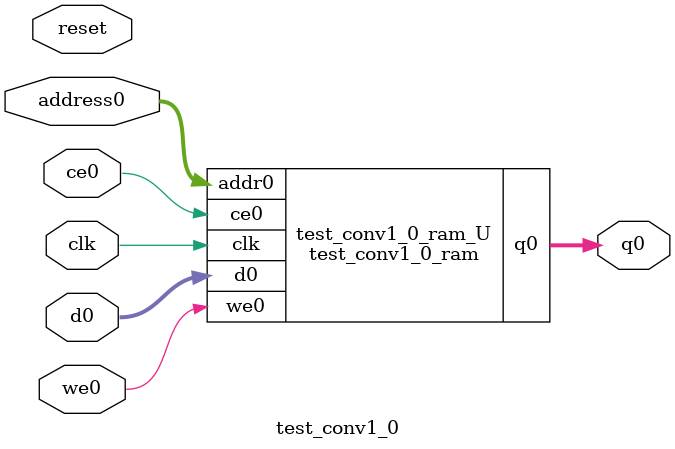
<source format=v>
`timescale 1 ns / 1 ps
module test_conv1_0_ram (addr0, ce0, d0, we0, q0,  clk);

parameter DWIDTH = 32;
parameter AWIDTH = 20;
parameter MEM_SIZE = 819200;

input[AWIDTH-1:0] addr0;
input ce0;
input[DWIDTH-1:0] d0;
input we0;
output wire[DWIDTH-1:0] q0;
input clk;

(* ram_style = "block" *)reg [DWIDTH-1:0] ram[0:MEM_SIZE-1];
wire [AWIDTH-1:0] addr0_t0; 
reg [AWIDTH-1:0] addr0_t1; 
wire [DWIDTH-1:0] d0_t0; 
wire we0_t0; 
reg [DWIDTH-1:0] d0_t1; 
reg we0_t1; 
reg [DWIDTH-1:0] q0_t0;
reg [DWIDTH-1:0] q0_t1;


assign addr0_t0 = addr0;
assign d0_t0 = d0;
assign we0_t0 = we0;
assign q0 = q0_t1;

always @(posedge clk)  
begin
    if (ce0) 
    begin
        addr0_t1 <= addr0_t0; 
        d0_t1 <= d0_t0;
        we0_t1 <= we0_t0;
        q0_t1 <= q0_t0;
    end
end


always @(posedge clk)  
begin 
    if (ce0) begin
        if (we0_t1) 
            ram[addr0_t1] <= d0_t1; 
        q0_t0 <= ram[addr0_t1];
    end
end


endmodule

`timescale 1 ns / 1 ps
module test_conv1_0(
    reset,
    clk,
    address0,
    ce0,
    we0,
    d0,
    q0);

parameter DataWidth = 32'd32;
parameter AddressRange = 32'd819200;
parameter AddressWidth = 32'd20;
input reset;
input clk;
input[AddressWidth - 1:0] address0;
input ce0;
input we0;
input[DataWidth - 1:0] d0;
output[DataWidth - 1:0] q0;



test_conv1_0_ram test_conv1_0_ram_U(
    .clk( clk ),
    .addr0( address0 ),
    .ce0( ce0 ),
    .we0( we0 ),
    .d0( d0 ),
    .q0( q0 ));

endmodule


</source>
